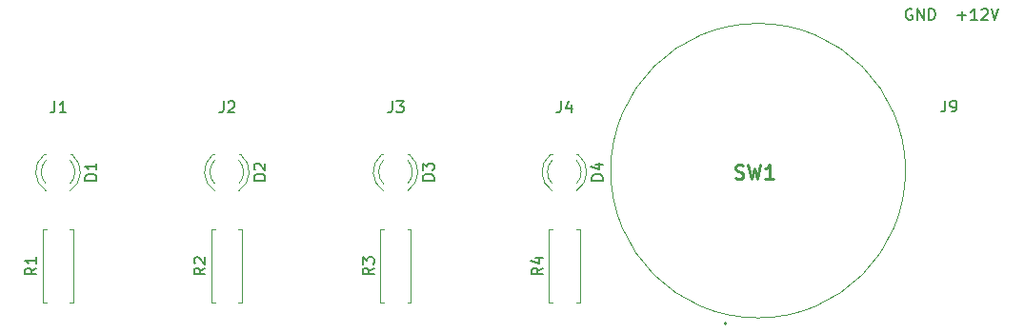
<source format=gto>
%TF.GenerationSoftware,KiCad,Pcbnew,9.0.0+dfsg-1*%
%TF.CreationDate,2025-03-19T00:39:58+01:00*%
%TF.ProjectId,control-matrix-4,636f6e74-726f-46c2-9d6d-61747269782d,1.0*%
%TF.SameCoordinates,Original*%
%TF.FileFunction,Legend,Top*%
%TF.FilePolarity,Positive*%
%FSLAX46Y46*%
G04 Gerber Fmt 4.6, Leading zero omitted, Abs format (unit mm)*
G04 Created by KiCad (PCBNEW 9.0.0+dfsg-1) date 2025-03-19 00:39:58*
%MOMM*%
%LPD*%
G01*
G04 APERTURE LIST*
%ADD10C,0.200000*%
%ADD11C,0.150000*%
%ADD12C,0.254000*%
%ADD13C,0.120000*%
%ADD14C,0.100000*%
G04 APERTURE END LIST*
D10*
X141293482Y-80514838D02*
X141198244Y-80467219D01*
X141198244Y-80467219D02*
X141055387Y-80467219D01*
X141055387Y-80467219D02*
X140912530Y-80514838D01*
X140912530Y-80514838D02*
X140817292Y-80610076D01*
X140817292Y-80610076D02*
X140769673Y-80705314D01*
X140769673Y-80705314D02*
X140722054Y-80895790D01*
X140722054Y-80895790D02*
X140722054Y-81038647D01*
X140722054Y-81038647D02*
X140769673Y-81229123D01*
X140769673Y-81229123D02*
X140817292Y-81324361D01*
X140817292Y-81324361D02*
X140912530Y-81419600D01*
X140912530Y-81419600D02*
X141055387Y-81467219D01*
X141055387Y-81467219D02*
X141150625Y-81467219D01*
X141150625Y-81467219D02*
X141293482Y-81419600D01*
X141293482Y-81419600D02*
X141341101Y-81371980D01*
X141341101Y-81371980D02*
X141341101Y-81038647D01*
X141341101Y-81038647D02*
X141150625Y-81038647D01*
X141769673Y-81467219D02*
X141769673Y-80467219D01*
X141769673Y-80467219D02*
X142341101Y-81467219D01*
X142341101Y-81467219D02*
X142341101Y-80467219D01*
X142817292Y-81467219D02*
X142817292Y-80467219D01*
X142817292Y-80467219D02*
X143055387Y-80467219D01*
X143055387Y-80467219D02*
X143198244Y-80514838D01*
X143198244Y-80514838D02*
X143293482Y-80610076D01*
X143293482Y-80610076D02*
X143341101Y-80705314D01*
X143341101Y-80705314D02*
X143388720Y-80895790D01*
X143388720Y-80895790D02*
X143388720Y-81038647D01*
X143388720Y-81038647D02*
X143341101Y-81229123D01*
X143341101Y-81229123D02*
X143293482Y-81324361D01*
X143293482Y-81324361D02*
X143198244Y-81419600D01*
X143198244Y-81419600D02*
X143055387Y-81467219D01*
X143055387Y-81467219D02*
X142817292Y-81467219D01*
X145341102Y-81086266D02*
X146103007Y-81086266D01*
X145722054Y-81467219D02*
X145722054Y-80705314D01*
X147103006Y-81467219D02*
X146531578Y-81467219D01*
X146817292Y-81467219D02*
X146817292Y-80467219D01*
X146817292Y-80467219D02*
X146722054Y-80610076D01*
X146722054Y-80610076D02*
X146626816Y-80705314D01*
X146626816Y-80705314D02*
X146531578Y-80752933D01*
X147483959Y-80562457D02*
X147531578Y-80514838D01*
X147531578Y-80514838D02*
X147626816Y-80467219D01*
X147626816Y-80467219D02*
X147864911Y-80467219D01*
X147864911Y-80467219D02*
X147960149Y-80514838D01*
X147960149Y-80514838D02*
X148007768Y-80562457D01*
X148007768Y-80562457D02*
X148055387Y-80657695D01*
X148055387Y-80657695D02*
X148055387Y-80752933D01*
X148055387Y-80752933D02*
X148007768Y-80895790D01*
X148007768Y-80895790D02*
X147436340Y-81467219D01*
X147436340Y-81467219D02*
X148055387Y-81467219D01*
X148341102Y-80467219D02*
X148674435Y-81467219D01*
X148674435Y-81467219D02*
X149007768Y-80467219D01*
D11*
X98814819Y-95738094D02*
X97814819Y-95738094D01*
X97814819Y-95738094D02*
X97814819Y-95499999D01*
X97814819Y-95499999D02*
X97862438Y-95357142D01*
X97862438Y-95357142D02*
X97957676Y-95261904D01*
X97957676Y-95261904D02*
X98052914Y-95214285D01*
X98052914Y-95214285D02*
X98243390Y-95166666D01*
X98243390Y-95166666D02*
X98386247Y-95166666D01*
X98386247Y-95166666D02*
X98576723Y-95214285D01*
X98576723Y-95214285D02*
X98671961Y-95261904D01*
X98671961Y-95261904D02*
X98767200Y-95357142D01*
X98767200Y-95357142D02*
X98814819Y-95499999D01*
X98814819Y-95499999D02*
X98814819Y-95738094D01*
X97814819Y-94833332D02*
X97814819Y-94214285D01*
X97814819Y-94214285D02*
X98195771Y-94547618D01*
X98195771Y-94547618D02*
X98195771Y-94404761D01*
X98195771Y-94404761D02*
X98243390Y-94309523D01*
X98243390Y-94309523D02*
X98291009Y-94261904D01*
X98291009Y-94261904D02*
X98386247Y-94214285D01*
X98386247Y-94214285D02*
X98624342Y-94214285D01*
X98624342Y-94214285D02*
X98719580Y-94261904D01*
X98719580Y-94261904D02*
X98767200Y-94309523D01*
X98767200Y-94309523D02*
X98814819Y-94404761D01*
X98814819Y-94404761D02*
X98814819Y-94690475D01*
X98814819Y-94690475D02*
X98767200Y-94785713D01*
X98767200Y-94785713D02*
X98719580Y-94833332D01*
D12*
X125589776Y-95545062D02*
X125771205Y-95605538D01*
X125771205Y-95605538D02*
X126073586Y-95605538D01*
X126073586Y-95605538D02*
X126194538Y-95545062D01*
X126194538Y-95545062D02*
X126255014Y-95484585D01*
X126255014Y-95484585D02*
X126315491Y-95363633D01*
X126315491Y-95363633D02*
X126315491Y-95242681D01*
X126315491Y-95242681D02*
X126255014Y-95121728D01*
X126255014Y-95121728D02*
X126194538Y-95061252D01*
X126194538Y-95061252D02*
X126073586Y-95000776D01*
X126073586Y-95000776D02*
X125831681Y-94940300D01*
X125831681Y-94940300D02*
X125710729Y-94879823D01*
X125710729Y-94879823D02*
X125650252Y-94819347D01*
X125650252Y-94819347D02*
X125589776Y-94698395D01*
X125589776Y-94698395D02*
X125589776Y-94577442D01*
X125589776Y-94577442D02*
X125650252Y-94456490D01*
X125650252Y-94456490D02*
X125710729Y-94396014D01*
X125710729Y-94396014D02*
X125831681Y-94335538D01*
X125831681Y-94335538D02*
X126134062Y-94335538D01*
X126134062Y-94335538D02*
X126315491Y-94396014D01*
X126738824Y-94335538D02*
X127041205Y-95605538D01*
X127041205Y-95605538D02*
X127283110Y-94698395D01*
X127283110Y-94698395D02*
X127525015Y-95605538D01*
X127525015Y-95605538D02*
X127827396Y-94335538D01*
X128976444Y-95605538D02*
X128250729Y-95605538D01*
X128613586Y-95605538D02*
X128613586Y-94335538D01*
X128613586Y-94335538D02*
X128492634Y-94516966D01*
X128492634Y-94516966D02*
X128371682Y-94637919D01*
X128371682Y-94637919D02*
X128250729Y-94698395D01*
D11*
X78484819Y-103526666D02*
X78008628Y-103859999D01*
X78484819Y-104098094D02*
X77484819Y-104098094D01*
X77484819Y-104098094D02*
X77484819Y-103717142D01*
X77484819Y-103717142D02*
X77532438Y-103621904D01*
X77532438Y-103621904D02*
X77580057Y-103574285D01*
X77580057Y-103574285D02*
X77675295Y-103526666D01*
X77675295Y-103526666D02*
X77818152Y-103526666D01*
X77818152Y-103526666D02*
X77913390Y-103574285D01*
X77913390Y-103574285D02*
X77961009Y-103621904D01*
X77961009Y-103621904D02*
X78008628Y-103717142D01*
X78008628Y-103717142D02*
X78008628Y-104098094D01*
X77580057Y-103145713D02*
X77532438Y-103098094D01*
X77532438Y-103098094D02*
X77484819Y-103002856D01*
X77484819Y-103002856D02*
X77484819Y-102764761D01*
X77484819Y-102764761D02*
X77532438Y-102669523D01*
X77532438Y-102669523D02*
X77580057Y-102621904D01*
X77580057Y-102621904D02*
X77675295Y-102574285D01*
X77675295Y-102574285D02*
X77770533Y-102574285D01*
X77770533Y-102574285D02*
X77913390Y-102621904D01*
X77913390Y-102621904D02*
X78484819Y-103193332D01*
X78484819Y-103193332D02*
X78484819Y-102574285D01*
X83814819Y-95738094D02*
X82814819Y-95738094D01*
X82814819Y-95738094D02*
X82814819Y-95499999D01*
X82814819Y-95499999D02*
X82862438Y-95357142D01*
X82862438Y-95357142D02*
X82957676Y-95261904D01*
X82957676Y-95261904D02*
X83052914Y-95214285D01*
X83052914Y-95214285D02*
X83243390Y-95166666D01*
X83243390Y-95166666D02*
X83386247Y-95166666D01*
X83386247Y-95166666D02*
X83576723Y-95214285D01*
X83576723Y-95214285D02*
X83671961Y-95261904D01*
X83671961Y-95261904D02*
X83767200Y-95357142D01*
X83767200Y-95357142D02*
X83814819Y-95499999D01*
X83814819Y-95499999D02*
X83814819Y-95738094D01*
X82910057Y-94785713D02*
X82862438Y-94738094D01*
X82862438Y-94738094D02*
X82814819Y-94642856D01*
X82814819Y-94642856D02*
X82814819Y-94404761D01*
X82814819Y-94404761D02*
X82862438Y-94309523D01*
X82862438Y-94309523D02*
X82910057Y-94261904D01*
X82910057Y-94261904D02*
X83005295Y-94214285D01*
X83005295Y-94214285D02*
X83100533Y-94214285D01*
X83100533Y-94214285D02*
X83243390Y-94261904D01*
X83243390Y-94261904D02*
X83814819Y-94833332D01*
X83814819Y-94833332D02*
X83814819Y-94214285D01*
X113814819Y-95738094D02*
X112814819Y-95738094D01*
X112814819Y-95738094D02*
X112814819Y-95499999D01*
X112814819Y-95499999D02*
X112862438Y-95357142D01*
X112862438Y-95357142D02*
X112957676Y-95261904D01*
X112957676Y-95261904D02*
X113052914Y-95214285D01*
X113052914Y-95214285D02*
X113243390Y-95166666D01*
X113243390Y-95166666D02*
X113386247Y-95166666D01*
X113386247Y-95166666D02*
X113576723Y-95214285D01*
X113576723Y-95214285D02*
X113671961Y-95261904D01*
X113671961Y-95261904D02*
X113767200Y-95357142D01*
X113767200Y-95357142D02*
X113814819Y-95499999D01*
X113814819Y-95499999D02*
X113814819Y-95738094D01*
X113148152Y-94309523D02*
X113814819Y-94309523D01*
X112767200Y-94547618D02*
X113481485Y-94785713D01*
X113481485Y-94785713D02*
X113481485Y-94166666D01*
X108484819Y-103526666D02*
X108008628Y-103859999D01*
X108484819Y-104098094D02*
X107484819Y-104098094D01*
X107484819Y-104098094D02*
X107484819Y-103717142D01*
X107484819Y-103717142D02*
X107532438Y-103621904D01*
X107532438Y-103621904D02*
X107580057Y-103574285D01*
X107580057Y-103574285D02*
X107675295Y-103526666D01*
X107675295Y-103526666D02*
X107818152Y-103526666D01*
X107818152Y-103526666D02*
X107913390Y-103574285D01*
X107913390Y-103574285D02*
X107961009Y-103621904D01*
X107961009Y-103621904D02*
X108008628Y-103717142D01*
X108008628Y-103717142D02*
X108008628Y-104098094D01*
X107818152Y-102669523D02*
X108484819Y-102669523D01*
X107437200Y-102907618D02*
X108151485Y-103145713D01*
X108151485Y-103145713D02*
X108151485Y-102526666D01*
X63484819Y-103526666D02*
X63008628Y-103859999D01*
X63484819Y-104098094D02*
X62484819Y-104098094D01*
X62484819Y-104098094D02*
X62484819Y-103717142D01*
X62484819Y-103717142D02*
X62532438Y-103621904D01*
X62532438Y-103621904D02*
X62580057Y-103574285D01*
X62580057Y-103574285D02*
X62675295Y-103526666D01*
X62675295Y-103526666D02*
X62818152Y-103526666D01*
X62818152Y-103526666D02*
X62913390Y-103574285D01*
X62913390Y-103574285D02*
X62961009Y-103621904D01*
X62961009Y-103621904D02*
X63008628Y-103717142D01*
X63008628Y-103717142D02*
X63008628Y-104098094D01*
X63484819Y-102574285D02*
X63484819Y-103145713D01*
X63484819Y-102859999D02*
X62484819Y-102859999D01*
X62484819Y-102859999D02*
X62627676Y-102955237D01*
X62627676Y-102955237D02*
X62722914Y-103050475D01*
X62722914Y-103050475D02*
X62770533Y-103145713D01*
X68814819Y-95738094D02*
X67814819Y-95738094D01*
X67814819Y-95738094D02*
X67814819Y-95499999D01*
X67814819Y-95499999D02*
X67862438Y-95357142D01*
X67862438Y-95357142D02*
X67957676Y-95261904D01*
X67957676Y-95261904D02*
X68052914Y-95214285D01*
X68052914Y-95214285D02*
X68243390Y-95166666D01*
X68243390Y-95166666D02*
X68386247Y-95166666D01*
X68386247Y-95166666D02*
X68576723Y-95214285D01*
X68576723Y-95214285D02*
X68671961Y-95261904D01*
X68671961Y-95261904D02*
X68767200Y-95357142D01*
X68767200Y-95357142D02*
X68814819Y-95499999D01*
X68814819Y-95499999D02*
X68814819Y-95738094D01*
X68814819Y-94214285D02*
X68814819Y-94785713D01*
X68814819Y-94499999D02*
X67814819Y-94499999D01*
X67814819Y-94499999D02*
X67957676Y-94595237D01*
X67957676Y-94595237D02*
X68052914Y-94690475D01*
X68052914Y-94690475D02*
X68100533Y-94785713D01*
X93484819Y-103526666D02*
X93008628Y-103859999D01*
X93484819Y-104098094D02*
X92484819Y-104098094D01*
X92484819Y-104098094D02*
X92484819Y-103717142D01*
X92484819Y-103717142D02*
X92532438Y-103621904D01*
X92532438Y-103621904D02*
X92580057Y-103574285D01*
X92580057Y-103574285D02*
X92675295Y-103526666D01*
X92675295Y-103526666D02*
X92818152Y-103526666D01*
X92818152Y-103526666D02*
X92913390Y-103574285D01*
X92913390Y-103574285D02*
X92961009Y-103621904D01*
X92961009Y-103621904D02*
X93008628Y-103717142D01*
X93008628Y-103717142D02*
X93008628Y-104098094D01*
X92484819Y-103193332D02*
X92484819Y-102574285D01*
X92484819Y-102574285D02*
X92865771Y-102907618D01*
X92865771Y-102907618D02*
X92865771Y-102764761D01*
X92865771Y-102764761D02*
X92913390Y-102669523D01*
X92913390Y-102669523D02*
X92961009Y-102621904D01*
X92961009Y-102621904D02*
X93056247Y-102574285D01*
X93056247Y-102574285D02*
X93294342Y-102574285D01*
X93294342Y-102574285D02*
X93389580Y-102621904D01*
X93389580Y-102621904D02*
X93437200Y-102669523D01*
X93437200Y-102669523D02*
X93484819Y-102764761D01*
X93484819Y-102764761D02*
X93484819Y-103050475D01*
X93484819Y-103050475D02*
X93437200Y-103145713D01*
X93437200Y-103145713D02*
X93389580Y-103193332D01*
X65106666Y-88704819D02*
X65106666Y-89419104D01*
X65106666Y-89419104D02*
X65059047Y-89561961D01*
X65059047Y-89561961D02*
X64963809Y-89657200D01*
X64963809Y-89657200D02*
X64820952Y-89704819D01*
X64820952Y-89704819D02*
X64725714Y-89704819D01*
X66106666Y-89704819D02*
X65535238Y-89704819D01*
X65820952Y-89704819D02*
X65820952Y-88704819D01*
X65820952Y-88704819D02*
X65725714Y-88847676D01*
X65725714Y-88847676D02*
X65630476Y-88942914D01*
X65630476Y-88942914D02*
X65535238Y-88990533D01*
X80106666Y-88704819D02*
X80106666Y-89419104D01*
X80106666Y-89419104D02*
X80059047Y-89561961D01*
X80059047Y-89561961D02*
X79963809Y-89657200D01*
X79963809Y-89657200D02*
X79820952Y-89704819D01*
X79820952Y-89704819D02*
X79725714Y-89704819D01*
X80535238Y-88800057D02*
X80582857Y-88752438D01*
X80582857Y-88752438D02*
X80678095Y-88704819D01*
X80678095Y-88704819D02*
X80916190Y-88704819D01*
X80916190Y-88704819D02*
X81011428Y-88752438D01*
X81011428Y-88752438D02*
X81059047Y-88800057D01*
X81059047Y-88800057D02*
X81106666Y-88895295D01*
X81106666Y-88895295D02*
X81106666Y-88990533D01*
X81106666Y-88990533D02*
X81059047Y-89133390D01*
X81059047Y-89133390D02*
X80487619Y-89704819D01*
X80487619Y-89704819D02*
X81106666Y-89704819D01*
X95106666Y-88704819D02*
X95106666Y-89419104D01*
X95106666Y-89419104D02*
X95059047Y-89561961D01*
X95059047Y-89561961D02*
X94963809Y-89657200D01*
X94963809Y-89657200D02*
X94820952Y-89704819D01*
X94820952Y-89704819D02*
X94725714Y-89704819D01*
X95487619Y-88704819D02*
X96106666Y-88704819D01*
X96106666Y-88704819D02*
X95773333Y-89085771D01*
X95773333Y-89085771D02*
X95916190Y-89085771D01*
X95916190Y-89085771D02*
X96011428Y-89133390D01*
X96011428Y-89133390D02*
X96059047Y-89181009D01*
X96059047Y-89181009D02*
X96106666Y-89276247D01*
X96106666Y-89276247D02*
X96106666Y-89514342D01*
X96106666Y-89514342D02*
X96059047Y-89609580D01*
X96059047Y-89609580D02*
X96011428Y-89657200D01*
X96011428Y-89657200D02*
X95916190Y-89704819D01*
X95916190Y-89704819D02*
X95630476Y-89704819D01*
X95630476Y-89704819D02*
X95535238Y-89657200D01*
X95535238Y-89657200D02*
X95487619Y-89609580D01*
X110106666Y-88704819D02*
X110106666Y-89419104D01*
X110106666Y-89419104D02*
X110059047Y-89561961D01*
X110059047Y-89561961D02*
X109963809Y-89657200D01*
X109963809Y-89657200D02*
X109820952Y-89704819D01*
X109820952Y-89704819D02*
X109725714Y-89704819D01*
X111011428Y-89038152D02*
X111011428Y-89704819D01*
X110773333Y-88657200D02*
X110535238Y-89371485D01*
X110535238Y-89371485D02*
X111154285Y-89371485D01*
X144266666Y-88634819D02*
X144266666Y-89349104D01*
X144266666Y-89349104D02*
X144219047Y-89491961D01*
X144219047Y-89491961D02*
X144123809Y-89587200D01*
X144123809Y-89587200D02*
X143980952Y-89634819D01*
X143980952Y-89634819D02*
X143885714Y-89634819D01*
X144790476Y-89634819D02*
X144980952Y-89634819D01*
X144980952Y-89634819D02*
X145076190Y-89587200D01*
X145076190Y-89587200D02*
X145123809Y-89539580D01*
X145123809Y-89539580D02*
X145219047Y-89396723D01*
X145219047Y-89396723D02*
X145266666Y-89206247D01*
X145266666Y-89206247D02*
X145266666Y-88825295D01*
X145266666Y-88825295D02*
X145219047Y-88730057D01*
X145219047Y-88730057D02*
X145171428Y-88682438D01*
X145171428Y-88682438D02*
X145076190Y-88634819D01*
X145076190Y-88634819D02*
X144885714Y-88634819D01*
X144885714Y-88634819D02*
X144790476Y-88682438D01*
X144790476Y-88682438D02*
X144742857Y-88730057D01*
X144742857Y-88730057D02*
X144695238Y-88825295D01*
X144695238Y-88825295D02*
X144695238Y-89063390D01*
X144695238Y-89063390D02*
X144742857Y-89158628D01*
X144742857Y-89158628D02*
X144790476Y-89206247D01*
X144790476Y-89206247D02*
X144885714Y-89253866D01*
X144885714Y-89253866D02*
X145076190Y-89253866D01*
X145076190Y-89253866D02*
X145171428Y-89206247D01*
X145171428Y-89206247D02*
X145219047Y-89158628D01*
X145219047Y-89158628D02*
X145266666Y-89063390D01*
D13*
%TO.C,D3*%
X94320000Y-93440000D02*
X94164000Y-93440000D01*
X96636000Y-93440000D02*
X96480000Y-93440000D01*
X94319939Y-96671397D02*
G75*
G02*
X94164484Y-93440000I1080061J1671397D01*
G01*
X94319951Y-96040910D02*
G75*
G02*
X94320000Y-93959039I1080049J1040910D01*
G01*
X96480000Y-93959039D02*
G75*
G02*
X96480049Y-96040910I-1080000J-1040961D01*
G01*
X96635516Y-93440000D02*
G75*
G02*
X96480061Y-96671397I-1235516J-1560000D01*
G01*
D11*
%TO.C,SW1*%
X124791220Y-108475000D02*
G75*
G02*
X124653220Y-108475000I-69000J0D01*
G01*
X124653220Y-108475000D02*
G75*
G02*
X124791220Y-108475000I69000J0D01*
G01*
D14*
X140727110Y-94878220D02*
G75*
G02*
X114527110Y-94878220I-13100000J0D01*
G01*
X114527110Y-94878220D02*
G75*
G02*
X140727110Y-94878220I13100000J0D01*
G01*
D13*
%TO.C,R2*%
X79030000Y-100090000D02*
X79360000Y-100090000D01*
X79030000Y-106630000D02*
X79030000Y-100090000D01*
X79360000Y-106630000D02*
X79030000Y-106630000D01*
X81440000Y-106630000D02*
X81770000Y-106630000D01*
X81770000Y-100090000D02*
X81440000Y-100090000D01*
X81770000Y-106630000D02*
X81770000Y-100090000D01*
%TO.C,D2*%
X79320000Y-93440000D02*
X79164000Y-93440000D01*
X81636000Y-93440000D02*
X81480000Y-93440000D01*
X79319939Y-96671397D02*
G75*
G02*
X79164484Y-93440000I1080061J1671397D01*
G01*
X79319951Y-96040910D02*
G75*
G02*
X79320000Y-93959039I1080049J1040910D01*
G01*
X81480000Y-93959039D02*
G75*
G02*
X81480049Y-96040910I-1080000J-1040961D01*
G01*
X81635516Y-93440000D02*
G75*
G02*
X81480061Y-96671397I-1235516J-1560000D01*
G01*
%TO.C,D4*%
X109320000Y-93440000D02*
X109164000Y-93440000D01*
X111636000Y-93440000D02*
X111480000Y-93440000D01*
X109319939Y-96671397D02*
G75*
G02*
X109164484Y-93440000I1080061J1671397D01*
G01*
X109319951Y-96040910D02*
G75*
G02*
X109320000Y-93959039I1080049J1040910D01*
G01*
X111480000Y-93959039D02*
G75*
G02*
X111480049Y-96040910I-1080000J-1040961D01*
G01*
X111635516Y-93440000D02*
G75*
G02*
X111480061Y-96671397I-1235516J-1560000D01*
G01*
%TO.C,R4*%
X109030000Y-100090000D02*
X109360000Y-100090000D01*
X109030000Y-106630000D02*
X109030000Y-100090000D01*
X109360000Y-106630000D02*
X109030000Y-106630000D01*
X111440000Y-106630000D02*
X111770000Y-106630000D01*
X111770000Y-100090000D02*
X111440000Y-100090000D01*
X111770000Y-106630000D02*
X111770000Y-100090000D01*
%TO.C,R1*%
X64030000Y-100090000D02*
X64360000Y-100090000D01*
X64030000Y-106630000D02*
X64030000Y-100090000D01*
X64360000Y-106630000D02*
X64030000Y-106630000D01*
X66440000Y-106630000D02*
X66770000Y-106630000D01*
X66770000Y-100090000D02*
X66440000Y-100090000D01*
X66770000Y-106630000D02*
X66770000Y-100090000D01*
%TO.C,D1*%
X64320000Y-93440000D02*
X64164000Y-93440000D01*
X66636000Y-93440000D02*
X66480000Y-93440000D01*
X64319939Y-96671397D02*
G75*
G02*
X64164484Y-93440000I1080061J1671397D01*
G01*
X64319951Y-96040910D02*
G75*
G02*
X64320000Y-93959039I1080049J1040910D01*
G01*
X66480000Y-93959039D02*
G75*
G02*
X66480049Y-96040910I-1080000J-1040961D01*
G01*
X66635516Y-93440000D02*
G75*
G02*
X66480061Y-96671397I-1235516J-1560000D01*
G01*
%TO.C,R3*%
X94030000Y-100090000D02*
X94360000Y-100090000D01*
X94030000Y-106630000D02*
X94030000Y-100090000D01*
X94360000Y-106630000D02*
X94030000Y-106630000D01*
X96440000Y-106630000D02*
X96770000Y-106630000D01*
X96770000Y-100090000D02*
X96440000Y-100090000D01*
X96770000Y-106630000D02*
X96770000Y-100090000D01*
%TD*%
M02*

</source>
